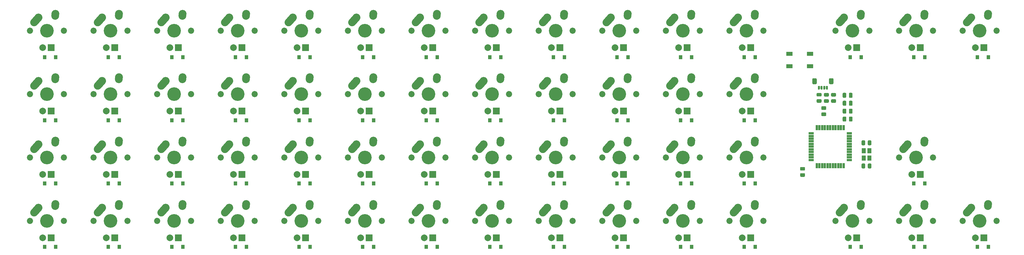
<source format=gbr>
%TF.GenerationSoftware,KiCad,Pcbnew,(5.1.6-0-10_14)*%
%TF.CreationDate,2020-10-13T20:32:32+01:00*%
%TF.ProjectId,Lil-Cheat,4c696c2d-4368-4656-9174-2e6b69636164,rev?*%
%TF.SameCoordinates,Original*%
%TF.FileFunction,Soldermask,Bot*%
%TF.FilePolarity,Negative*%
%FSLAX46Y46*%
G04 Gerber Fmt 4.6, Leading zero omitted, Abs format (unit mm)*
G04 Created by KiCad (PCBNEW (5.1.6-0-10_14)) date 2020-10-13 20:32:32*
%MOMM*%
%LPD*%
G01*
G04 APERTURE LIST*
%ADD10C,1.850000*%
%ADD11R,2.005000X2.005000*%
%ADD12C,2.005000*%
%ADD13C,2.350000*%
%ADD14C,4.087800*%
%ADD15R,1.000000X1.300000*%
%ADD16R,1.900000X1.200000*%
%ADD17R,0.650000X1.600000*%
%ADD18R,1.600000X0.650000*%
%ADD19R,1.300000X1.500000*%
G04 APERTURE END LIST*
D10*
%TO.C,MX55*%
X294640000Y-128270000D03*
X284480000Y-128270000D03*
D11*
X290830000Y-133350000D03*
D12*
X288290000Y-133350000D03*
D13*
X287060000Y-124270000D03*
D14*
X289560000Y-128270000D03*
G36*
G01*
X284965291Y-126604560D02*
X284965291Y-126604561D01*
G75*
G02*
X284875439Y-124945291I784709J874561D01*
G01*
X286185441Y-123485291D01*
G75*
G02*
X287844711Y-123395439I874561J-784709D01*
G01*
X287844711Y-123395439D01*
G75*
G02*
X287934563Y-125054709I-784709J-874561D01*
G01*
X286624561Y-126514709D01*
G75*
G02*
X284965291Y-126604561I-874561J784709D01*
G01*
G37*
D13*
X292100000Y-123190000D03*
G36*
G01*
X291979157Y-124942216D02*
X291979157Y-124942216D01*
G75*
G02*
X290887784Y-123689157I80843J1172216D01*
G01*
X290927784Y-123109157D01*
G75*
G02*
X292180843Y-122017784I1172216J-80843D01*
G01*
X292180843Y-122017784D01*
G75*
G02*
X293272216Y-123270843I-80843J-1172216D01*
G01*
X293232216Y-123850843D01*
G75*
G02*
X291979157Y-124942216I-1172216J80843D01*
G01*
G37*
%TD*%
D10*
%TO.C,MX40*%
X186690000Y-128270000D03*
X176530000Y-128270000D03*
D11*
X182880000Y-133350000D03*
D12*
X180340000Y-133350000D03*
D13*
X179110000Y-124270000D03*
D14*
X181610000Y-128270000D03*
G36*
G01*
X177015291Y-126604560D02*
X177015291Y-126604561D01*
G75*
G02*
X176925439Y-124945291I784709J874561D01*
G01*
X178235441Y-123485291D01*
G75*
G02*
X179894711Y-123395439I874561J-784709D01*
G01*
X179894711Y-123395439D01*
G75*
G02*
X179984563Y-125054709I-784709J-874561D01*
G01*
X178674561Y-126514709D01*
G75*
G02*
X177015291Y-126604561I-874561J784709D01*
G01*
G37*
D13*
X184150000Y-123190000D03*
G36*
G01*
X184029157Y-124942216D02*
X184029157Y-124942216D01*
G75*
G02*
X182937784Y-123689157I80843J1172216D01*
G01*
X182977784Y-123109157D01*
G75*
G02*
X184230843Y-122017784I1172216J-80843D01*
G01*
X184230843Y-122017784D01*
G75*
G02*
X185322216Y-123270843I-80843J-1172216D01*
G01*
X185282216Y-123850843D01*
G75*
G02*
X184029157Y-124942216I-1172216J80843D01*
G01*
G37*
%TD*%
%TO.C,C1*%
G36*
G01*
X254214100Y-105243550D02*
X254214100Y-104281050D01*
G75*
G02*
X254482850Y-104012300I268750J0D01*
G01*
X255020350Y-104012300D01*
G75*
G02*
X255289100Y-104281050I0J-268750D01*
G01*
X255289100Y-105243550D01*
G75*
G02*
X255020350Y-105512300I-268750J0D01*
G01*
X254482850Y-105512300D01*
G75*
G02*
X254214100Y-105243550I0J268750D01*
G01*
G37*
G36*
G01*
X256089100Y-105243550D02*
X256089100Y-104281050D01*
G75*
G02*
X256357850Y-104012300I268750J0D01*
G01*
X256895350Y-104012300D01*
G75*
G02*
X257164100Y-104281050I0J-268750D01*
G01*
X257164100Y-105243550D01*
G75*
G02*
X256895350Y-105512300I-268750J0D01*
G01*
X256357850Y-105512300D01*
G75*
G02*
X256089100Y-105243550I0J268750D01*
G01*
G37*
%TD*%
%TO.C,C2*%
G36*
G01*
X256089100Y-112203150D02*
X256089100Y-111240650D01*
G75*
G02*
X256357850Y-110971900I268750J0D01*
G01*
X256895350Y-110971900D01*
G75*
G02*
X257164100Y-111240650I0J-268750D01*
G01*
X257164100Y-112203150D01*
G75*
G02*
X256895350Y-112471900I-268750J0D01*
G01*
X256357850Y-112471900D01*
G75*
G02*
X256089100Y-112203150I0J268750D01*
G01*
G37*
G36*
G01*
X254214100Y-112203150D02*
X254214100Y-111240650D01*
G75*
G02*
X254482850Y-110971900I268750J0D01*
G01*
X255020350Y-110971900D01*
G75*
G02*
X255289100Y-111240650I0J-268750D01*
G01*
X255289100Y-112203150D01*
G75*
G02*
X255020350Y-112471900I-268750J0D01*
G01*
X254482850Y-112471900D01*
G75*
G02*
X254214100Y-112203150I0J268750D01*
G01*
G37*
%TD*%
%TO.C,C3*%
G36*
G01*
X242406250Y-95650000D02*
X243368750Y-95650000D01*
G75*
G02*
X243637500Y-95918750I0J-268750D01*
G01*
X243637500Y-96456250D01*
G75*
G02*
X243368750Y-96725000I-268750J0D01*
G01*
X242406250Y-96725000D01*
G75*
G02*
X242137500Y-96456250I0J268750D01*
G01*
X242137500Y-95918750D01*
G75*
G02*
X242406250Y-95650000I268750J0D01*
G01*
G37*
G36*
G01*
X242406250Y-93775000D02*
X243368750Y-93775000D01*
G75*
G02*
X243637500Y-94043750I0J-268750D01*
G01*
X243637500Y-94581250D01*
G75*
G02*
X243368750Y-94850000I-268750J0D01*
G01*
X242406250Y-94850000D01*
G75*
G02*
X242137500Y-94581250I0J268750D01*
G01*
X242137500Y-94043750D01*
G75*
G02*
X242406250Y-93775000I268750J0D01*
G01*
G37*
%TD*%
%TO.C,C4*%
G36*
G01*
X249631250Y-94768750D02*
X249631250Y-95731250D01*
G75*
G02*
X249362500Y-96000000I-268750J0D01*
G01*
X248825000Y-96000000D01*
G75*
G02*
X248556250Y-95731250I0J268750D01*
G01*
X248556250Y-94768750D01*
G75*
G02*
X248825000Y-94500000I268750J0D01*
G01*
X249362500Y-94500000D01*
G75*
G02*
X249631250Y-94768750I0J-268750D01*
G01*
G37*
G36*
G01*
X251506250Y-94768750D02*
X251506250Y-95731250D01*
G75*
G02*
X251237500Y-96000000I-268750J0D01*
G01*
X250700000Y-96000000D01*
G75*
G02*
X250431250Y-95731250I0J268750D01*
G01*
X250431250Y-94768750D01*
G75*
G02*
X250700000Y-94500000I268750J0D01*
G01*
X251237500Y-94500000D01*
G75*
G02*
X251506250Y-94768750I0J-268750D01*
G01*
G37*
%TD*%
%TO.C,C5*%
G36*
G01*
X251506250Y-97150000D02*
X251506250Y-98112500D01*
G75*
G02*
X251237500Y-98381250I-268750J0D01*
G01*
X250700000Y-98381250D01*
G75*
G02*
X250431250Y-98112500I0J268750D01*
G01*
X250431250Y-97150000D01*
G75*
G02*
X250700000Y-96881250I268750J0D01*
G01*
X251237500Y-96881250D01*
G75*
G02*
X251506250Y-97150000I0J-268750D01*
G01*
G37*
G36*
G01*
X249631250Y-97150000D02*
X249631250Y-98112500D01*
G75*
G02*
X249362500Y-98381250I-268750J0D01*
G01*
X248825000Y-98381250D01*
G75*
G02*
X248556250Y-98112500I0J268750D01*
G01*
X248556250Y-97150000D01*
G75*
G02*
X248825000Y-96881250I268750J0D01*
G01*
X249362500Y-96881250D01*
G75*
G02*
X249631250Y-97150000I0J-268750D01*
G01*
G37*
%TD*%
%TO.C,C6*%
G36*
G01*
X251506250Y-92387500D02*
X251506250Y-93350000D01*
G75*
G02*
X251237500Y-93618750I-268750J0D01*
G01*
X250700000Y-93618750D01*
G75*
G02*
X250431250Y-93350000I0J268750D01*
G01*
X250431250Y-92387500D01*
G75*
G02*
X250700000Y-92118750I268750J0D01*
G01*
X251237500Y-92118750D01*
G75*
G02*
X251506250Y-92387500I0J-268750D01*
G01*
G37*
G36*
G01*
X249631250Y-92387500D02*
X249631250Y-93350000D01*
G75*
G02*
X249362500Y-93618750I-268750J0D01*
G01*
X248825000Y-93618750D01*
G75*
G02*
X248556250Y-93350000I0J268750D01*
G01*
X248556250Y-92387500D01*
G75*
G02*
X248825000Y-92118750I268750J0D01*
G01*
X249362500Y-92118750D01*
G75*
G02*
X249631250Y-92387500I0J-268750D01*
G01*
G37*
%TD*%
%TO.C,C7*%
G36*
G01*
X249631250Y-90006250D02*
X249631250Y-90968750D01*
G75*
G02*
X249362500Y-91237500I-268750J0D01*
G01*
X248825000Y-91237500D01*
G75*
G02*
X248556250Y-90968750I0J268750D01*
G01*
X248556250Y-90006250D01*
G75*
G02*
X248825000Y-89737500I268750J0D01*
G01*
X249362500Y-89737500D01*
G75*
G02*
X249631250Y-90006250I0J-268750D01*
G01*
G37*
G36*
G01*
X251506250Y-90006250D02*
X251506250Y-90968750D01*
G75*
G02*
X251237500Y-91237500I-268750J0D01*
G01*
X250700000Y-91237500D01*
G75*
G02*
X250431250Y-90968750I0J268750D01*
G01*
X250431250Y-90006250D01*
G75*
G02*
X250700000Y-89737500I268750J0D01*
G01*
X251237500Y-89737500D01*
G75*
G02*
X251506250Y-90006250I0J-268750D01*
G01*
G37*
%TD*%
D15*
%TO.C,D1*%
X9510000Y-79000000D03*
X12810000Y-79000000D03*
%TD*%
%TO.C,D2*%
X12810000Y-98000000D03*
X9510000Y-98000000D03*
%TD*%
%TO.C,D3*%
X12810000Y-117000000D03*
X9510000Y-117000000D03*
%TD*%
%TO.C,D4*%
X9510000Y-136000000D03*
X12810000Y-136000000D03*
%TD*%
%TO.C,D5*%
X28560000Y-79000000D03*
X31860000Y-79000000D03*
%TD*%
%TO.C,D6*%
X31860000Y-98000000D03*
X28560000Y-98000000D03*
%TD*%
%TO.C,D7*%
X31860000Y-117000000D03*
X28560000Y-117000000D03*
%TD*%
%TO.C,D8*%
X28560000Y-136000000D03*
X31860000Y-136000000D03*
%TD*%
%TO.C,D9*%
X47610000Y-79000000D03*
X50910000Y-79000000D03*
%TD*%
%TO.C,D10*%
X50910000Y-98000000D03*
X47610000Y-98000000D03*
%TD*%
%TO.C,D11*%
X50910000Y-117000000D03*
X47610000Y-117000000D03*
%TD*%
%TO.C,D12*%
X47610000Y-136000000D03*
X50910000Y-136000000D03*
%TD*%
%TO.C,D13*%
X69960000Y-79000000D03*
X66660000Y-79000000D03*
%TD*%
%TO.C,D14*%
X69960000Y-98000000D03*
X66660000Y-98000000D03*
%TD*%
%TO.C,D15*%
X69960000Y-117000000D03*
X66660000Y-117000000D03*
%TD*%
%TO.C,D16*%
X66660000Y-136000000D03*
X69960000Y-136000000D03*
%TD*%
%TO.C,D17*%
X89010000Y-79000000D03*
X85710000Y-79000000D03*
%TD*%
%TO.C,D18*%
X89010000Y-98000000D03*
X85710000Y-98000000D03*
%TD*%
%TO.C,D19*%
X89010000Y-117000000D03*
X85710000Y-117000000D03*
%TD*%
%TO.C,D20*%
X85710000Y-136000000D03*
X89010000Y-136000000D03*
%TD*%
%TO.C,D21*%
X108060000Y-79000000D03*
X104760000Y-79000000D03*
%TD*%
%TO.C,D22*%
X108060000Y-98000000D03*
X104760000Y-98000000D03*
%TD*%
%TO.C,D23*%
X108060000Y-117000000D03*
X104760000Y-117000000D03*
%TD*%
%TO.C,D24*%
X104760000Y-136000000D03*
X108060000Y-136000000D03*
%TD*%
%TO.C,D25*%
X127110000Y-79000000D03*
X123810000Y-79000000D03*
%TD*%
%TO.C,D26*%
X127110000Y-98000000D03*
X123810000Y-98000000D03*
%TD*%
%TO.C,D27*%
X127110000Y-117000000D03*
X123810000Y-117000000D03*
%TD*%
%TO.C,D28*%
X123810000Y-136000000D03*
X127110000Y-136000000D03*
%TD*%
%TO.C,D29*%
X142860000Y-79000000D03*
X146160000Y-79000000D03*
%TD*%
%TO.C,D30*%
X146160000Y-98000000D03*
X142860000Y-98000000D03*
%TD*%
%TO.C,D31*%
X142860000Y-117000000D03*
X146160000Y-117000000D03*
%TD*%
%TO.C,D32*%
X142860000Y-136000000D03*
X146160000Y-136000000D03*
%TD*%
%TO.C,D33*%
X165210000Y-79000000D03*
X161910000Y-79000000D03*
%TD*%
%TO.C,D34*%
X165210000Y-98000000D03*
X161910000Y-98000000D03*
%TD*%
%TO.C,D35*%
X165210000Y-117000000D03*
X161910000Y-117000000D03*
%TD*%
%TO.C,D36*%
X161910000Y-136000000D03*
X165210000Y-136000000D03*
%TD*%
%TO.C,D37*%
X180960000Y-79000000D03*
X184260000Y-79000000D03*
%TD*%
%TO.C,D38*%
X184260000Y-98000000D03*
X180960000Y-98000000D03*
%TD*%
%TO.C,D39*%
X180960000Y-117000000D03*
X184260000Y-117000000D03*
%TD*%
%TO.C,D40*%
X180960000Y-136000000D03*
X184260000Y-136000000D03*
%TD*%
%TO.C,D41*%
X203310000Y-79000000D03*
X200010000Y-79000000D03*
%TD*%
%TO.C,D42*%
X203310000Y-98000000D03*
X200010000Y-98000000D03*
%TD*%
%TO.C,D43*%
X200010000Y-117000000D03*
X203310000Y-117000000D03*
%TD*%
%TO.C,D44*%
X200010000Y-136000000D03*
X203310000Y-136000000D03*
%TD*%
%TO.C,D45*%
X222360000Y-79000000D03*
X219060000Y-79000000D03*
%TD*%
%TO.C,D46*%
X222360000Y-98000000D03*
X219060000Y-98000000D03*
%TD*%
%TO.C,D47*%
X219060000Y-117000000D03*
X222360000Y-117000000D03*
%TD*%
%TO.C,D48*%
X219060000Y-136000000D03*
X222360000Y-136000000D03*
%TD*%
%TO.C,D49*%
X250810000Y-79000000D03*
X254110000Y-79000000D03*
%TD*%
%TO.C,D50*%
X250810000Y-136000000D03*
X254110000Y-136000000D03*
%TD*%
%TO.C,D51*%
X269860000Y-79000000D03*
X273160000Y-79000000D03*
%TD*%
%TO.C,D52*%
X269860000Y-117000000D03*
X273160000Y-117000000D03*
%TD*%
%TO.C,D53*%
X269860000Y-136000000D03*
X273160000Y-136000000D03*
%TD*%
%TO.C,D54*%
X288910000Y-79000000D03*
X292210000Y-79000000D03*
%TD*%
%TO.C,D55*%
X288910000Y-136000000D03*
X292210000Y-136000000D03*
%TD*%
%TO.C,MX1*%
G36*
G01*
X12579157Y-67792216D02*
X12579157Y-67792216D01*
G75*
G02*
X11487784Y-66539157I80843J1172216D01*
G01*
X11527784Y-65959157D01*
G75*
G02*
X12780843Y-64867784I1172216J-80843D01*
G01*
X12780843Y-64867784D01*
G75*
G02*
X13872216Y-66120843I-80843J-1172216D01*
G01*
X13832216Y-66700843D01*
G75*
G02*
X12579157Y-67792216I-1172216J80843D01*
G01*
G37*
D13*
X12700000Y-66040000D03*
G36*
G01*
X5565291Y-69454560D02*
X5565291Y-69454561D01*
G75*
G02*
X5475439Y-67795291I784709J874561D01*
G01*
X6785441Y-66335291D01*
G75*
G02*
X8444711Y-66245439I874561J-784709D01*
G01*
X8444711Y-66245439D01*
G75*
G02*
X8534563Y-67904709I-784709J-874561D01*
G01*
X7224561Y-69364709D01*
G75*
G02*
X5565291Y-69454561I-874561J784709D01*
G01*
G37*
D14*
X10160000Y-71120000D03*
D13*
X7660000Y-67120000D03*
D12*
X8890000Y-76200000D03*
D11*
X11430000Y-76200000D03*
D10*
X5080000Y-71120000D03*
X15240000Y-71120000D03*
%TD*%
%TO.C,MX2*%
G36*
G01*
X12579157Y-86842216D02*
X12579157Y-86842216D01*
G75*
G02*
X11487784Y-85589157I80843J1172216D01*
G01*
X11527784Y-85009157D01*
G75*
G02*
X12780843Y-83917784I1172216J-80843D01*
G01*
X12780843Y-83917784D01*
G75*
G02*
X13872216Y-85170843I-80843J-1172216D01*
G01*
X13832216Y-85750843D01*
G75*
G02*
X12579157Y-86842216I-1172216J80843D01*
G01*
G37*
D13*
X12700000Y-85090000D03*
G36*
G01*
X5565291Y-88504560D02*
X5565291Y-88504561D01*
G75*
G02*
X5475439Y-86845291I784709J874561D01*
G01*
X6785441Y-85385291D01*
G75*
G02*
X8444711Y-85295439I874561J-784709D01*
G01*
X8444711Y-85295439D01*
G75*
G02*
X8534563Y-86954709I-784709J-874561D01*
G01*
X7224561Y-88414709D01*
G75*
G02*
X5565291Y-88504561I-874561J784709D01*
G01*
G37*
D14*
X10160000Y-90170000D03*
D13*
X7660000Y-86170000D03*
D12*
X8890000Y-95250000D03*
D11*
X11430000Y-95250000D03*
D10*
X5080000Y-90170000D03*
X15240000Y-90170000D03*
%TD*%
%TO.C,MX3*%
G36*
G01*
X12579157Y-105892216D02*
X12579157Y-105892216D01*
G75*
G02*
X11487784Y-104639157I80843J1172216D01*
G01*
X11527784Y-104059157D01*
G75*
G02*
X12780843Y-102967784I1172216J-80843D01*
G01*
X12780843Y-102967784D01*
G75*
G02*
X13872216Y-104220843I-80843J-1172216D01*
G01*
X13832216Y-104800843D01*
G75*
G02*
X12579157Y-105892216I-1172216J80843D01*
G01*
G37*
D13*
X12700000Y-104140000D03*
G36*
G01*
X5565291Y-107554560D02*
X5565291Y-107554561D01*
G75*
G02*
X5475439Y-105895291I784709J874561D01*
G01*
X6785441Y-104435291D01*
G75*
G02*
X8444711Y-104345439I874561J-784709D01*
G01*
X8444711Y-104345439D01*
G75*
G02*
X8534563Y-106004709I-784709J-874561D01*
G01*
X7224561Y-107464709D01*
G75*
G02*
X5565291Y-107554561I-874561J784709D01*
G01*
G37*
D14*
X10160000Y-109220000D03*
D13*
X7660000Y-105220000D03*
D12*
X8890000Y-114300000D03*
D11*
X11430000Y-114300000D03*
D10*
X5080000Y-109220000D03*
X15240000Y-109220000D03*
%TD*%
%TO.C,MX4*%
X15240000Y-128270000D03*
X5080000Y-128270000D03*
D11*
X11430000Y-133350000D03*
D12*
X8890000Y-133350000D03*
D13*
X7660000Y-124270000D03*
D14*
X10160000Y-128270000D03*
G36*
G01*
X5565291Y-126604560D02*
X5565291Y-126604561D01*
G75*
G02*
X5475439Y-124945291I784709J874561D01*
G01*
X6785441Y-123485291D01*
G75*
G02*
X8444711Y-123395439I874561J-784709D01*
G01*
X8444711Y-123395439D01*
G75*
G02*
X8534563Y-125054709I-784709J-874561D01*
G01*
X7224561Y-126514709D01*
G75*
G02*
X5565291Y-126604561I-874561J784709D01*
G01*
G37*
D13*
X12700000Y-123190000D03*
G36*
G01*
X12579157Y-124942216D02*
X12579157Y-124942216D01*
G75*
G02*
X11487784Y-123689157I80843J1172216D01*
G01*
X11527784Y-123109157D01*
G75*
G02*
X12780843Y-122017784I1172216J-80843D01*
G01*
X12780843Y-122017784D01*
G75*
G02*
X13872216Y-123270843I-80843J-1172216D01*
G01*
X13832216Y-123850843D01*
G75*
G02*
X12579157Y-124942216I-1172216J80843D01*
G01*
G37*
%TD*%
D10*
%TO.C,MX5*%
X34290000Y-71120000D03*
X24130000Y-71120000D03*
D11*
X30480000Y-76200000D03*
D12*
X27940000Y-76200000D03*
D13*
X26710000Y-67120000D03*
D14*
X29210000Y-71120000D03*
G36*
G01*
X24615291Y-69454560D02*
X24615291Y-69454561D01*
G75*
G02*
X24525439Y-67795291I784709J874561D01*
G01*
X25835441Y-66335291D01*
G75*
G02*
X27494711Y-66245439I874561J-784709D01*
G01*
X27494711Y-66245439D01*
G75*
G02*
X27584563Y-67904709I-784709J-874561D01*
G01*
X26274561Y-69364709D01*
G75*
G02*
X24615291Y-69454561I-874561J784709D01*
G01*
G37*
D13*
X31750000Y-66040000D03*
G36*
G01*
X31629157Y-67792216D02*
X31629157Y-67792216D01*
G75*
G02*
X30537784Y-66539157I80843J1172216D01*
G01*
X30577784Y-65959157D01*
G75*
G02*
X31830843Y-64867784I1172216J-80843D01*
G01*
X31830843Y-64867784D01*
G75*
G02*
X32922216Y-66120843I-80843J-1172216D01*
G01*
X32882216Y-66700843D01*
G75*
G02*
X31629157Y-67792216I-1172216J80843D01*
G01*
G37*
%TD*%
%TO.C,MX6*%
G36*
G01*
X31629157Y-86842216D02*
X31629157Y-86842216D01*
G75*
G02*
X30537784Y-85589157I80843J1172216D01*
G01*
X30577784Y-85009157D01*
G75*
G02*
X31830843Y-83917784I1172216J-80843D01*
G01*
X31830843Y-83917784D01*
G75*
G02*
X32922216Y-85170843I-80843J-1172216D01*
G01*
X32882216Y-85750843D01*
G75*
G02*
X31629157Y-86842216I-1172216J80843D01*
G01*
G37*
X31750000Y-85090000D03*
G36*
G01*
X24615291Y-88504560D02*
X24615291Y-88504561D01*
G75*
G02*
X24525439Y-86845291I784709J874561D01*
G01*
X25835441Y-85385291D01*
G75*
G02*
X27494711Y-85295439I874561J-784709D01*
G01*
X27494711Y-85295439D01*
G75*
G02*
X27584563Y-86954709I-784709J-874561D01*
G01*
X26274561Y-88414709D01*
G75*
G02*
X24615291Y-88504561I-874561J784709D01*
G01*
G37*
D14*
X29210000Y-90170000D03*
D13*
X26710000Y-86170000D03*
D12*
X27940000Y-95250000D03*
D11*
X30480000Y-95250000D03*
D10*
X24130000Y-90170000D03*
X34290000Y-90170000D03*
%TD*%
%TO.C,MX7*%
G36*
G01*
X31629157Y-105892216D02*
X31629157Y-105892216D01*
G75*
G02*
X30537784Y-104639157I80843J1172216D01*
G01*
X30577784Y-104059157D01*
G75*
G02*
X31830843Y-102967784I1172216J-80843D01*
G01*
X31830843Y-102967784D01*
G75*
G02*
X32922216Y-104220843I-80843J-1172216D01*
G01*
X32882216Y-104800843D01*
G75*
G02*
X31629157Y-105892216I-1172216J80843D01*
G01*
G37*
D13*
X31750000Y-104140000D03*
G36*
G01*
X24615291Y-107554560D02*
X24615291Y-107554561D01*
G75*
G02*
X24525439Y-105895291I784709J874561D01*
G01*
X25835441Y-104435291D01*
G75*
G02*
X27494711Y-104345439I874561J-784709D01*
G01*
X27494711Y-104345439D01*
G75*
G02*
X27584563Y-106004709I-784709J-874561D01*
G01*
X26274561Y-107464709D01*
G75*
G02*
X24615291Y-107554561I-874561J784709D01*
G01*
G37*
D14*
X29210000Y-109220000D03*
D13*
X26710000Y-105220000D03*
D12*
X27940000Y-114300000D03*
D11*
X30480000Y-114300000D03*
D10*
X24130000Y-109220000D03*
X34290000Y-109220000D03*
%TD*%
%TO.C,MX8*%
X34290000Y-128270000D03*
X24130000Y-128270000D03*
D11*
X30480000Y-133350000D03*
D12*
X27940000Y-133350000D03*
D13*
X26710000Y-124270000D03*
D14*
X29210000Y-128270000D03*
G36*
G01*
X24615291Y-126604560D02*
X24615291Y-126604561D01*
G75*
G02*
X24525439Y-124945291I784709J874561D01*
G01*
X25835441Y-123485291D01*
G75*
G02*
X27494711Y-123395439I874561J-784709D01*
G01*
X27494711Y-123395439D01*
G75*
G02*
X27584563Y-125054709I-784709J-874561D01*
G01*
X26274561Y-126514709D01*
G75*
G02*
X24615291Y-126604561I-874561J784709D01*
G01*
G37*
D13*
X31750000Y-123190000D03*
G36*
G01*
X31629157Y-124942216D02*
X31629157Y-124942216D01*
G75*
G02*
X30537784Y-123689157I80843J1172216D01*
G01*
X30577784Y-123109157D01*
G75*
G02*
X31830843Y-122017784I1172216J-80843D01*
G01*
X31830843Y-122017784D01*
G75*
G02*
X32922216Y-123270843I-80843J-1172216D01*
G01*
X32882216Y-123850843D01*
G75*
G02*
X31629157Y-124942216I-1172216J80843D01*
G01*
G37*
%TD*%
D10*
%TO.C,MX9*%
X53340000Y-71120000D03*
X43180000Y-71120000D03*
D11*
X49530000Y-76200000D03*
D12*
X46990000Y-76200000D03*
D13*
X45760000Y-67120000D03*
D14*
X48260000Y-71120000D03*
G36*
G01*
X43665291Y-69454560D02*
X43665291Y-69454561D01*
G75*
G02*
X43575439Y-67795291I784709J874561D01*
G01*
X44885441Y-66335291D01*
G75*
G02*
X46544711Y-66245439I874561J-784709D01*
G01*
X46544711Y-66245439D01*
G75*
G02*
X46634563Y-67904709I-784709J-874561D01*
G01*
X45324561Y-69364709D01*
G75*
G02*
X43665291Y-69454561I-874561J784709D01*
G01*
G37*
D13*
X50800000Y-66040000D03*
G36*
G01*
X50679157Y-67792216D02*
X50679157Y-67792216D01*
G75*
G02*
X49587784Y-66539157I80843J1172216D01*
G01*
X49627784Y-65959157D01*
G75*
G02*
X50880843Y-64867784I1172216J-80843D01*
G01*
X50880843Y-64867784D01*
G75*
G02*
X51972216Y-66120843I-80843J-1172216D01*
G01*
X51932216Y-66700843D01*
G75*
G02*
X50679157Y-67792216I-1172216J80843D01*
G01*
G37*
%TD*%
%TO.C,MX10*%
G36*
G01*
X50679157Y-86842216D02*
X50679157Y-86842216D01*
G75*
G02*
X49587784Y-85589157I80843J1172216D01*
G01*
X49627784Y-85009157D01*
G75*
G02*
X50880843Y-83917784I1172216J-80843D01*
G01*
X50880843Y-83917784D01*
G75*
G02*
X51972216Y-85170843I-80843J-1172216D01*
G01*
X51932216Y-85750843D01*
G75*
G02*
X50679157Y-86842216I-1172216J80843D01*
G01*
G37*
X50800000Y-85090000D03*
G36*
G01*
X43665291Y-88504560D02*
X43665291Y-88504561D01*
G75*
G02*
X43575439Y-86845291I784709J874561D01*
G01*
X44885441Y-85385291D01*
G75*
G02*
X46544711Y-85295439I874561J-784709D01*
G01*
X46544711Y-85295439D01*
G75*
G02*
X46634563Y-86954709I-784709J-874561D01*
G01*
X45324561Y-88414709D01*
G75*
G02*
X43665291Y-88504561I-874561J784709D01*
G01*
G37*
D14*
X48260000Y-90170000D03*
D13*
X45760000Y-86170000D03*
D12*
X46990000Y-95250000D03*
D11*
X49530000Y-95250000D03*
D10*
X43180000Y-90170000D03*
X53340000Y-90170000D03*
%TD*%
%TO.C,MX11*%
G36*
G01*
X50679157Y-105892216D02*
X50679157Y-105892216D01*
G75*
G02*
X49587784Y-104639157I80843J1172216D01*
G01*
X49627784Y-104059157D01*
G75*
G02*
X50880843Y-102967784I1172216J-80843D01*
G01*
X50880843Y-102967784D01*
G75*
G02*
X51972216Y-104220843I-80843J-1172216D01*
G01*
X51932216Y-104800843D01*
G75*
G02*
X50679157Y-105892216I-1172216J80843D01*
G01*
G37*
D13*
X50800000Y-104140000D03*
G36*
G01*
X43665291Y-107554560D02*
X43665291Y-107554561D01*
G75*
G02*
X43575439Y-105895291I784709J874561D01*
G01*
X44885441Y-104435291D01*
G75*
G02*
X46544711Y-104345439I874561J-784709D01*
G01*
X46544711Y-104345439D01*
G75*
G02*
X46634563Y-106004709I-784709J-874561D01*
G01*
X45324561Y-107464709D01*
G75*
G02*
X43665291Y-107554561I-874561J784709D01*
G01*
G37*
D14*
X48260000Y-109220000D03*
D13*
X45760000Y-105220000D03*
D12*
X46990000Y-114300000D03*
D11*
X49530000Y-114300000D03*
D10*
X43180000Y-109220000D03*
X53340000Y-109220000D03*
%TD*%
%TO.C,MX12*%
X53340000Y-128270000D03*
X43180000Y-128270000D03*
D11*
X49530000Y-133350000D03*
D12*
X46990000Y-133350000D03*
D13*
X45760000Y-124270000D03*
D14*
X48260000Y-128270000D03*
G36*
G01*
X43665291Y-126604560D02*
X43665291Y-126604561D01*
G75*
G02*
X43575439Y-124945291I784709J874561D01*
G01*
X44885441Y-123485291D01*
G75*
G02*
X46544711Y-123395439I874561J-784709D01*
G01*
X46544711Y-123395439D01*
G75*
G02*
X46634563Y-125054709I-784709J-874561D01*
G01*
X45324561Y-126514709D01*
G75*
G02*
X43665291Y-126604561I-874561J784709D01*
G01*
G37*
D13*
X50800000Y-123190000D03*
G36*
G01*
X50679157Y-124942216D02*
X50679157Y-124942216D01*
G75*
G02*
X49587784Y-123689157I80843J1172216D01*
G01*
X49627784Y-123109157D01*
G75*
G02*
X50880843Y-122017784I1172216J-80843D01*
G01*
X50880843Y-122017784D01*
G75*
G02*
X51972216Y-123270843I-80843J-1172216D01*
G01*
X51932216Y-123850843D01*
G75*
G02*
X50679157Y-124942216I-1172216J80843D01*
G01*
G37*
%TD*%
D10*
%TO.C,MX13*%
X72390000Y-71120000D03*
X62230000Y-71120000D03*
D11*
X68580000Y-76200000D03*
D12*
X66040000Y-76200000D03*
D13*
X64810000Y-67120000D03*
D14*
X67310000Y-71120000D03*
G36*
G01*
X62715291Y-69454560D02*
X62715291Y-69454561D01*
G75*
G02*
X62625439Y-67795291I784709J874561D01*
G01*
X63935441Y-66335291D01*
G75*
G02*
X65594711Y-66245439I874561J-784709D01*
G01*
X65594711Y-66245439D01*
G75*
G02*
X65684563Y-67904709I-784709J-874561D01*
G01*
X64374561Y-69364709D01*
G75*
G02*
X62715291Y-69454561I-874561J784709D01*
G01*
G37*
D13*
X69850000Y-66040000D03*
G36*
G01*
X69729157Y-67792216D02*
X69729157Y-67792216D01*
G75*
G02*
X68637784Y-66539157I80843J1172216D01*
G01*
X68677784Y-65959157D01*
G75*
G02*
X69930843Y-64867784I1172216J-80843D01*
G01*
X69930843Y-64867784D01*
G75*
G02*
X71022216Y-66120843I-80843J-1172216D01*
G01*
X70982216Y-66700843D01*
G75*
G02*
X69729157Y-67792216I-1172216J80843D01*
G01*
G37*
%TD*%
%TO.C,MX14*%
G36*
G01*
X69729157Y-86842216D02*
X69729157Y-86842216D01*
G75*
G02*
X68637784Y-85589157I80843J1172216D01*
G01*
X68677784Y-85009157D01*
G75*
G02*
X69930843Y-83917784I1172216J-80843D01*
G01*
X69930843Y-83917784D01*
G75*
G02*
X71022216Y-85170843I-80843J-1172216D01*
G01*
X70982216Y-85750843D01*
G75*
G02*
X69729157Y-86842216I-1172216J80843D01*
G01*
G37*
X69850000Y-85090000D03*
G36*
G01*
X62715291Y-88504560D02*
X62715291Y-88504561D01*
G75*
G02*
X62625439Y-86845291I784709J874561D01*
G01*
X63935441Y-85385291D01*
G75*
G02*
X65594711Y-85295439I874561J-784709D01*
G01*
X65594711Y-85295439D01*
G75*
G02*
X65684563Y-86954709I-784709J-874561D01*
G01*
X64374561Y-88414709D01*
G75*
G02*
X62715291Y-88504561I-874561J784709D01*
G01*
G37*
D14*
X67310000Y-90170000D03*
D13*
X64810000Y-86170000D03*
D12*
X66040000Y-95250000D03*
D11*
X68580000Y-95250000D03*
D10*
X62230000Y-90170000D03*
X72390000Y-90170000D03*
%TD*%
%TO.C,MX15*%
G36*
G01*
X69729157Y-105892216D02*
X69729157Y-105892216D01*
G75*
G02*
X68637784Y-104639157I80843J1172216D01*
G01*
X68677784Y-104059157D01*
G75*
G02*
X69930843Y-102967784I1172216J-80843D01*
G01*
X69930843Y-102967784D01*
G75*
G02*
X71022216Y-104220843I-80843J-1172216D01*
G01*
X70982216Y-104800843D01*
G75*
G02*
X69729157Y-105892216I-1172216J80843D01*
G01*
G37*
D13*
X69850000Y-104140000D03*
G36*
G01*
X62715291Y-107554560D02*
X62715291Y-107554561D01*
G75*
G02*
X62625439Y-105895291I784709J874561D01*
G01*
X63935441Y-104435291D01*
G75*
G02*
X65594711Y-104345439I874561J-784709D01*
G01*
X65594711Y-104345439D01*
G75*
G02*
X65684563Y-106004709I-784709J-874561D01*
G01*
X64374561Y-107464709D01*
G75*
G02*
X62715291Y-107554561I-874561J784709D01*
G01*
G37*
D14*
X67310000Y-109220000D03*
D13*
X64810000Y-105220000D03*
D12*
X66040000Y-114300000D03*
D11*
X68580000Y-114300000D03*
D10*
X62230000Y-109220000D03*
X72390000Y-109220000D03*
%TD*%
%TO.C,MX16*%
X72390000Y-128270000D03*
X62230000Y-128270000D03*
D11*
X68580000Y-133350000D03*
D12*
X66040000Y-133350000D03*
D13*
X64810000Y-124270000D03*
D14*
X67310000Y-128270000D03*
G36*
G01*
X62715291Y-126604560D02*
X62715291Y-126604561D01*
G75*
G02*
X62625439Y-124945291I784709J874561D01*
G01*
X63935441Y-123485291D01*
G75*
G02*
X65594711Y-123395439I874561J-784709D01*
G01*
X65594711Y-123395439D01*
G75*
G02*
X65684563Y-125054709I-784709J-874561D01*
G01*
X64374561Y-126514709D01*
G75*
G02*
X62715291Y-126604561I-874561J784709D01*
G01*
G37*
D13*
X69850000Y-123190000D03*
G36*
G01*
X69729157Y-124942216D02*
X69729157Y-124942216D01*
G75*
G02*
X68637784Y-123689157I80843J1172216D01*
G01*
X68677784Y-123109157D01*
G75*
G02*
X69930843Y-122017784I1172216J-80843D01*
G01*
X69930843Y-122017784D01*
G75*
G02*
X71022216Y-123270843I-80843J-1172216D01*
G01*
X70982216Y-123850843D01*
G75*
G02*
X69729157Y-124942216I-1172216J80843D01*
G01*
G37*
%TD*%
D10*
%TO.C,MX17*%
X91440000Y-71120000D03*
X81280000Y-71120000D03*
D11*
X87630000Y-76200000D03*
D12*
X85090000Y-76200000D03*
D13*
X83860000Y-67120000D03*
D14*
X86360000Y-71120000D03*
G36*
G01*
X81765291Y-69454560D02*
X81765291Y-69454561D01*
G75*
G02*
X81675439Y-67795291I784709J874561D01*
G01*
X82985441Y-66335291D01*
G75*
G02*
X84644711Y-66245439I874561J-784709D01*
G01*
X84644711Y-66245439D01*
G75*
G02*
X84734563Y-67904709I-784709J-874561D01*
G01*
X83424561Y-69364709D01*
G75*
G02*
X81765291Y-69454561I-874561J784709D01*
G01*
G37*
D13*
X88900000Y-66040000D03*
G36*
G01*
X88779157Y-67792216D02*
X88779157Y-67792216D01*
G75*
G02*
X87687784Y-66539157I80843J1172216D01*
G01*
X87727784Y-65959157D01*
G75*
G02*
X88980843Y-64867784I1172216J-80843D01*
G01*
X88980843Y-64867784D01*
G75*
G02*
X90072216Y-66120843I-80843J-1172216D01*
G01*
X90032216Y-66700843D01*
G75*
G02*
X88779157Y-67792216I-1172216J80843D01*
G01*
G37*
%TD*%
%TO.C,MX18*%
G36*
G01*
X88779157Y-86842216D02*
X88779157Y-86842216D01*
G75*
G02*
X87687784Y-85589157I80843J1172216D01*
G01*
X87727784Y-85009157D01*
G75*
G02*
X88980843Y-83917784I1172216J-80843D01*
G01*
X88980843Y-83917784D01*
G75*
G02*
X90072216Y-85170843I-80843J-1172216D01*
G01*
X90032216Y-85750843D01*
G75*
G02*
X88779157Y-86842216I-1172216J80843D01*
G01*
G37*
X88900000Y-85090000D03*
G36*
G01*
X81765291Y-88504560D02*
X81765291Y-88504561D01*
G75*
G02*
X81675439Y-86845291I784709J874561D01*
G01*
X82985441Y-85385291D01*
G75*
G02*
X84644711Y-85295439I874561J-784709D01*
G01*
X84644711Y-85295439D01*
G75*
G02*
X84734563Y-86954709I-784709J-874561D01*
G01*
X83424561Y-88414709D01*
G75*
G02*
X81765291Y-88504561I-874561J784709D01*
G01*
G37*
D14*
X86360000Y-90170000D03*
D13*
X83860000Y-86170000D03*
D12*
X85090000Y-95250000D03*
D11*
X87630000Y-95250000D03*
D10*
X81280000Y-90170000D03*
X91440000Y-90170000D03*
%TD*%
%TO.C,MX19*%
G36*
G01*
X88779157Y-105892216D02*
X88779157Y-105892216D01*
G75*
G02*
X87687784Y-104639157I80843J1172216D01*
G01*
X87727784Y-104059157D01*
G75*
G02*
X88980843Y-102967784I1172216J-80843D01*
G01*
X88980843Y-102967784D01*
G75*
G02*
X90072216Y-104220843I-80843J-1172216D01*
G01*
X90032216Y-104800843D01*
G75*
G02*
X88779157Y-105892216I-1172216J80843D01*
G01*
G37*
D13*
X88900000Y-104140000D03*
G36*
G01*
X81765291Y-107554560D02*
X81765291Y-107554561D01*
G75*
G02*
X81675439Y-105895291I784709J874561D01*
G01*
X82985441Y-104435291D01*
G75*
G02*
X84644711Y-104345439I874561J-784709D01*
G01*
X84644711Y-104345439D01*
G75*
G02*
X84734563Y-106004709I-784709J-874561D01*
G01*
X83424561Y-107464709D01*
G75*
G02*
X81765291Y-107554561I-874561J784709D01*
G01*
G37*
D14*
X86360000Y-109220000D03*
D13*
X83860000Y-105220000D03*
D12*
X85090000Y-114300000D03*
D11*
X87630000Y-114300000D03*
D10*
X81280000Y-109220000D03*
X91440000Y-109220000D03*
%TD*%
%TO.C,MX20*%
X91440000Y-128270000D03*
X81280000Y-128270000D03*
D11*
X87630000Y-133350000D03*
D12*
X85090000Y-133350000D03*
D13*
X83860000Y-124270000D03*
D14*
X86360000Y-128270000D03*
G36*
G01*
X81765291Y-126604560D02*
X81765291Y-126604561D01*
G75*
G02*
X81675439Y-124945291I784709J874561D01*
G01*
X82985441Y-123485291D01*
G75*
G02*
X84644711Y-123395439I874561J-784709D01*
G01*
X84644711Y-123395439D01*
G75*
G02*
X84734563Y-125054709I-784709J-874561D01*
G01*
X83424561Y-126514709D01*
G75*
G02*
X81765291Y-126604561I-874561J784709D01*
G01*
G37*
D13*
X88900000Y-123190000D03*
G36*
G01*
X88779157Y-124942216D02*
X88779157Y-124942216D01*
G75*
G02*
X87687784Y-123689157I80843J1172216D01*
G01*
X87727784Y-123109157D01*
G75*
G02*
X88980843Y-122017784I1172216J-80843D01*
G01*
X88980843Y-122017784D01*
G75*
G02*
X90072216Y-123270843I-80843J-1172216D01*
G01*
X90032216Y-123850843D01*
G75*
G02*
X88779157Y-124942216I-1172216J80843D01*
G01*
G37*
%TD*%
%TO.C,MX21*%
G36*
G01*
X107829157Y-67792216D02*
X107829157Y-67792216D01*
G75*
G02*
X106737784Y-66539157I80843J1172216D01*
G01*
X106777784Y-65959157D01*
G75*
G02*
X108030843Y-64867784I1172216J-80843D01*
G01*
X108030843Y-64867784D01*
G75*
G02*
X109122216Y-66120843I-80843J-1172216D01*
G01*
X109082216Y-66700843D01*
G75*
G02*
X107829157Y-67792216I-1172216J80843D01*
G01*
G37*
X107950000Y-66040000D03*
G36*
G01*
X100815291Y-69454560D02*
X100815291Y-69454561D01*
G75*
G02*
X100725439Y-67795291I784709J874561D01*
G01*
X102035441Y-66335291D01*
G75*
G02*
X103694711Y-66245439I874561J-784709D01*
G01*
X103694711Y-66245439D01*
G75*
G02*
X103784563Y-67904709I-784709J-874561D01*
G01*
X102474561Y-69364709D01*
G75*
G02*
X100815291Y-69454561I-874561J784709D01*
G01*
G37*
D14*
X105410000Y-71120000D03*
D13*
X102910000Y-67120000D03*
D12*
X104140000Y-76200000D03*
D11*
X106680000Y-76200000D03*
D10*
X100330000Y-71120000D03*
X110490000Y-71120000D03*
%TD*%
%TO.C,MX22*%
G36*
G01*
X107829157Y-86842216D02*
X107829157Y-86842216D01*
G75*
G02*
X106737784Y-85589157I80843J1172216D01*
G01*
X106777784Y-85009157D01*
G75*
G02*
X108030843Y-83917784I1172216J-80843D01*
G01*
X108030843Y-83917784D01*
G75*
G02*
X109122216Y-85170843I-80843J-1172216D01*
G01*
X109082216Y-85750843D01*
G75*
G02*
X107829157Y-86842216I-1172216J80843D01*
G01*
G37*
D13*
X107950000Y-85090000D03*
G36*
G01*
X100815291Y-88504560D02*
X100815291Y-88504561D01*
G75*
G02*
X100725439Y-86845291I784709J874561D01*
G01*
X102035441Y-85385291D01*
G75*
G02*
X103694711Y-85295439I874561J-784709D01*
G01*
X103694711Y-85295439D01*
G75*
G02*
X103784563Y-86954709I-784709J-874561D01*
G01*
X102474561Y-88414709D01*
G75*
G02*
X100815291Y-88504561I-874561J784709D01*
G01*
G37*
D14*
X105410000Y-90170000D03*
D13*
X102910000Y-86170000D03*
D12*
X104140000Y-95250000D03*
D11*
X106680000Y-95250000D03*
D10*
X100330000Y-90170000D03*
X110490000Y-90170000D03*
%TD*%
%TO.C,MX23*%
G36*
G01*
X107829157Y-105892216D02*
X107829157Y-105892216D01*
G75*
G02*
X106737784Y-104639157I80843J1172216D01*
G01*
X106777784Y-104059157D01*
G75*
G02*
X108030843Y-102967784I1172216J-80843D01*
G01*
X108030843Y-102967784D01*
G75*
G02*
X109122216Y-104220843I-80843J-1172216D01*
G01*
X109082216Y-104800843D01*
G75*
G02*
X107829157Y-105892216I-1172216J80843D01*
G01*
G37*
D13*
X107950000Y-104140000D03*
G36*
G01*
X100815291Y-107554560D02*
X100815291Y-107554561D01*
G75*
G02*
X100725439Y-105895291I784709J874561D01*
G01*
X102035441Y-104435291D01*
G75*
G02*
X103694711Y-104345439I874561J-784709D01*
G01*
X103694711Y-104345439D01*
G75*
G02*
X103784563Y-106004709I-784709J-874561D01*
G01*
X102474561Y-107464709D01*
G75*
G02*
X100815291Y-107554561I-874561J784709D01*
G01*
G37*
D14*
X105410000Y-109220000D03*
D13*
X102910000Y-105220000D03*
D12*
X104140000Y-114300000D03*
D11*
X106680000Y-114300000D03*
D10*
X100330000Y-109220000D03*
X110490000Y-109220000D03*
%TD*%
%TO.C,MX24*%
X110490000Y-128270000D03*
X100330000Y-128270000D03*
D11*
X106680000Y-133350000D03*
D12*
X104140000Y-133350000D03*
D13*
X102910000Y-124270000D03*
D14*
X105410000Y-128270000D03*
G36*
G01*
X100815291Y-126604560D02*
X100815291Y-126604561D01*
G75*
G02*
X100725439Y-124945291I784709J874561D01*
G01*
X102035441Y-123485291D01*
G75*
G02*
X103694711Y-123395439I874561J-784709D01*
G01*
X103694711Y-123395439D01*
G75*
G02*
X103784563Y-125054709I-784709J-874561D01*
G01*
X102474561Y-126514709D01*
G75*
G02*
X100815291Y-126604561I-874561J784709D01*
G01*
G37*
D13*
X107950000Y-123190000D03*
G36*
G01*
X107829157Y-124942216D02*
X107829157Y-124942216D01*
G75*
G02*
X106737784Y-123689157I80843J1172216D01*
G01*
X106777784Y-123109157D01*
G75*
G02*
X108030843Y-122017784I1172216J-80843D01*
G01*
X108030843Y-122017784D01*
G75*
G02*
X109122216Y-123270843I-80843J-1172216D01*
G01*
X109082216Y-123850843D01*
G75*
G02*
X107829157Y-124942216I-1172216J80843D01*
G01*
G37*
%TD*%
%TO.C,MX25*%
G36*
G01*
X126879157Y-67792216D02*
X126879157Y-67792216D01*
G75*
G02*
X125787784Y-66539157I80843J1172216D01*
G01*
X125827784Y-65959157D01*
G75*
G02*
X127080843Y-64867784I1172216J-80843D01*
G01*
X127080843Y-64867784D01*
G75*
G02*
X128172216Y-66120843I-80843J-1172216D01*
G01*
X128132216Y-66700843D01*
G75*
G02*
X126879157Y-67792216I-1172216J80843D01*
G01*
G37*
X127000000Y-66040000D03*
G36*
G01*
X119865291Y-69454560D02*
X119865291Y-69454561D01*
G75*
G02*
X119775439Y-67795291I784709J874561D01*
G01*
X121085441Y-66335291D01*
G75*
G02*
X122744711Y-66245439I874561J-784709D01*
G01*
X122744711Y-66245439D01*
G75*
G02*
X122834563Y-67904709I-784709J-874561D01*
G01*
X121524561Y-69364709D01*
G75*
G02*
X119865291Y-69454561I-874561J784709D01*
G01*
G37*
D14*
X124460000Y-71120000D03*
D13*
X121960000Y-67120000D03*
D12*
X123190000Y-76200000D03*
D11*
X125730000Y-76200000D03*
D10*
X119380000Y-71120000D03*
X129540000Y-71120000D03*
%TD*%
%TO.C,MX26*%
G36*
G01*
X126879157Y-86842216D02*
X126879157Y-86842216D01*
G75*
G02*
X125787784Y-85589157I80843J1172216D01*
G01*
X125827784Y-85009157D01*
G75*
G02*
X127080843Y-83917784I1172216J-80843D01*
G01*
X127080843Y-83917784D01*
G75*
G02*
X128172216Y-85170843I-80843J-1172216D01*
G01*
X128132216Y-85750843D01*
G75*
G02*
X126879157Y-86842216I-1172216J80843D01*
G01*
G37*
D13*
X127000000Y-85090000D03*
G36*
G01*
X119865291Y-88504560D02*
X119865291Y-88504561D01*
G75*
G02*
X119775439Y-86845291I784709J874561D01*
G01*
X121085441Y-85385291D01*
G75*
G02*
X122744711Y-85295439I874561J-784709D01*
G01*
X122744711Y-85295439D01*
G75*
G02*
X122834563Y-86954709I-784709J-874561D01*
G01*
X121524561Y-88414709D01*
G75*
G02*
X119865291Y-88504561I-874561J784709D01*
G01*
G37*
D14*
X124460000Y-90170000D03*
D13*
X121960000Y-86170000D03*
D12*
X123190000Y-95250000D03*
D11*
X125730000Y-95250000D03*
D10*
X119380000Y-90170000D03*
X129540000Y-90170000D03*
%TD*%
%TO.C,MX27*%
G36*
G01*
X126879157Y-105892216D02*
X126879157Y-105892216D01*
G75*
G02*
X125787784Y-104639157I80843J1172216D01*
G01*
X125827784Y-104059157D01*
G75*
G02*
X127080843Y-102967784I1172216J-80843D01*
G01*
X127080843Y-102967784D01*
G75*
G02*
X128172216Y-104220843I-80843J-1172216D01*
G01*
X128132216Y-104800843D01*
G75*
G02*
X126879157Y-105892216I-1172216J80843D01*
G01*
G37*
D13*
X127000000Y-104140000D03*
G36*
G01*
X119865291Y-107554560D02*
X119865291Y-107554561D01*
G75*
G02*
X119775439Y-105895291I784709J874561D01*
G01*
X121085441Y-104435291D01*
G75*
G02*
X122744711Y-104345439I874561J-784709D01*
G01*
X122744711Y-104345439D01*
G75*
G02*
X122834563Y-106004709I-784709J-874561D01*
G01*
X121524561Y-107464709D01*
G75*
G02*
X119865291Y-107554561I-874561J784709D01*
G01*
G37*
D14*
X124460000Y-109220000D03*
D13*
X121960000Y-105220000D03*
D12*
X123190000Y-114300000D03*
D11*
X125730000Y-114300000D03*
D10*
X119380000Y-109220000D03*
X129540000Y-109220000D03*
%TD*%
%TO.C,MX28*%
X129540000Y-128270000D03*
X119380000Y-128270000D03*
D11*
X125730000Y-133350000D03*
D12*
X123190000Y-133350000D03*
D13*
X121960000Y-124270000D03*
D14*
X124460000Y-128270000D03*
G36*
G01*
X119865291Y-126604560D02*
X119865291Y-126604561D01*
G75*
G02*
X119775439Y-124945291I784709J874561D01*
G01*
X121085441Y-123485291D01*
G75*
G02*
X122744711Y-123395439I874561J-784709D01*
G01*
X122744711Y-123395439D01*
G75*
G02*
X122834563Y-125054709I-784709J-874561D01*
G01*
X121524561Y-126514709D01*
G75*
G02*
X119865291Y-126604561I-874561J784709D01*
G01*
G37*
D13*
X127000000Y-123190000D03*
G36*
G01*
X126879157Y-124942216D02*
X126879157Y-124942216D01*
G75*
G02*
X125787784Y-123689157I80843J1172216D01*
G01*
X125827784Y-123109157D01*
G75*
G02*
X127080843Y-122017784I1172216J-80843D01*
G01*
X127080843Y-122017784D01*
G75*
G02*
X128172216Y-123270843I-80843J-1172216D01*
G01*
X128132216Y-123850843D01*
G75*
G02*
X126879157Y-124942216I-1172216J80843D01*
G01*
G37*
%TD*%
%TO.C,MX29*%
G36*
G01*
X145929157Y-67792216D02*
X145929157Y-67792216D01*
G75*
G02*
X144837784Y-66539157I80843J1172216D01*
G01*
X144877784Y-65959157D01*
G75*
G02*
X146130843Y-64867784I1172216J-80843D01*
G01*
X146130843Y-64867784D01*
G75*
G02*
X147222216Y-66120843I-80843J-1172216D01*
G01*
X147182216Y-66700843D01*
G75*
G02*
X145929157Y-67792216I-1172216J80843D01*
G01*
G37*
X146050000Y-66040000D03*
G36*
G01*
X138915291Y-69454560D02*
X138915291Y-69454561D01*
G75*
G02*
X138825439Y-67795291I784709J874561D01*
G01*
X140135441Y-66335291D01*
G75*
G02*
X141794711Y-66245439I874561J-784709D01*
G01*
X141794711Y-66245439D01*
G75*
G02*
X141884563Y-67904709I-784709J-874561D01*
G01*
X140574561Y-69364709D01*
G75*
G02*
X138915291Y-69454561I-874561J784709D01*
G01*
G37*
D14*
X143510000Y-71120000D03*
D13*
X141010000Y-67120000D03*
D12*
X142240000Y-76200000D03*
D11*
X144780000Y-76200000D03*
D10*
X138430000Y-71120000D03*
X148590000Y-71120000D03*
%TD*%
%TO.C,MX30*%
G36*
G01*
X145929157Y-86842216D02*
X145929157Y-86842216D01*
G75*
G02*
X144837784Y-85589157I80843J1172216D01*
G01*
X144877784Y-85009157D01*
G75*
G02*
X146130843Y-83917784I1172216J-80843D01*
G01*
X146130843Y-83917784D01*
G75*
G02*
X147222216Y-85170843I-80843J-1172216D01*
G01*
X147182216Y-85750843D01*
G75*
G02*
X145929157Y-86842216I-1172216J80843D01*
G01*
G37*
D13*
X146050000Y-85090000D03*
G36*
G01*
X138915291Y-88504560D02*
X138915291Y-88504561D01*
G75*
G02*
X138825439Y-86845291I784709J874561D01*
G01*
X140135441Y-85385291D01*
G75*
G02*
X141794711Y-85295439I874561J-784709D01*
G01*
X141794711Y-85295439D01*
G75*
G02*
X141884563Y-86954709I-784709J-874561D01*
G01*
X140574561Y-88414709D01*
G75*
G02*
X138915291Y-88504561I-874561J784709D01*
G01*
G37*
D14*
X143510000Y-90170000D03*
D13*
X141010000Y-86170000D03*
D12*
X142240000Y-95250000D03*
D11*
X144780000Y-95250000D03*
D10*
X138430000Y-90170000D03*
X148590000Y-90170000D03*
%TD*%
%TO.C,MX31*%
G36*
G01*
X145929157Y-105892216D02*
X145929157Y-105892216D01*
G75*
G02*
X144837784Y-104639157I80843J1172216D01*
G01*
X144877784Y-104059157D01*
G75*
G02*
X146130843Y-102967784I1172216J-80843D01*
G01*
X146130843Y-102967784D01*
G75*
G02*
X147222216Y-104220843I-80843J-1172216D01*
G01*
X147182216Y-104800843D01*
G75*
G02*
X145929157Y-105892216I-1172216J80843D01*
G01*
G37*
D13*
X146050000Y-104140000D03*
G36*
G01*
X138915291Y-107554560D02*
X138915291Y-107554561D01*
G75*
G02*
X138825439Y-105895291I784709J874561D01*
G01*
X140135441Y-104435291D01*
G75*
G02*
X141794711Y-104345439I874561J-784709D01*
G01*
X141794711Y-104345439D01*
G75*
G02*
X141884563Y-106004709I-784709J-874561D01*
G01*
X140574561Y-107464709D01*
G75*
G02*
X138915291Y-107554561I-874561J784709D01*
G01*
G37*
D14*
X143510000Y-109220000D03*
D13*
X141010000Y-105220000D03*
D12*
X142240000Y-114300000D03*
D11*
X144780000Y-114300000D03*
D10*
X138430000Y-109220000D03*
X148590000Y-109220000D03*
%TD*%
%TO.C,MX32*%
X148590000Y-128270000D03*
X138430000Y-128270000D03*
D11*
X144780000Y-133350000D03*
D12*
X142240000Y-133350000D03*
D13*
X141010000Y-124270000D03*
D14*
X143510000Y-128270000D03*
G36*
G01*
X138915291Y-126604560D02*
X138915291Y-126604561D01*
G75*
G02*
X138825439Y-124945291I784709J874561D01*
G01*
X140135441Y-123485291D01*
G75*
G02*
X141794711Y-123395439I874561J-784709D01*
G01*
X141794711Y-123395439D01*
G75*
G02*
X141884563Y-125054709I-784709J-874561D01*
G01*
X140574561Y-126514709D01*
G75*
G02*
X138915291Y-126604561I-874561J784709D01*
G01*
G37*
D13*
X146050000Y-123190000D03*
G36*
G01*
X145929157Y-124942216D02*
X145929157Y-124942216D01*
G75*
G02*
X144837784Y-123689157I80843J1172216D01*
G01*
X144877784Y-123109157D01*
G75*
G02*
X146130843Y-122017784I1172216J-80843D01*
G01*
X146130843Y-122017784D01*
G75*
G02*
X147222216Y-123270843I-80843J-1172216D01*
G01*
X147182216Y-123850843D01*
G75*
G02*
X145929157Y-124942216I-1172216J80843D01*
G01*
G37*
%TD*%
%TO.C,MX33*%
G36*
G01*
X164979157Y-67792216D02*
X164979157Y-67792216D01*
G75*
G02*
X163887784Y-66539157I80843J1172216D01*
G01*
X163927784Y-65959157D01*
G75*
G02*
X165180843Y-64867784I1172216J-80843D01*
G01*
X165180843Y-64867784D01*
G75*
G02*
X166272216Y-66120843I-80843J-1172216D01*
G01*
X166232216Y-66700843D01*
G75*
G02*
X164979157Y-67792216I-1172216J80843D01*
G01*
G37*
X165100000Y-66040000D03*
G36*
G01*
X157965291Y-69454560D02*
X157965291Y-69454561D01*
G75*
G02*
X157875439Y-67795291I784709J874561D01*
G01*
X159185441Y-66335291D01*
G75*
G02*
X160844711Y-66245439I874561J-784709D01*
G01*
X160844711Y-66245439D01*
G75*
G02*
X160934563Y-67904709I-784709J-874561D01*
G01*
X159624561Y-69364709D01*
G75*
G02*
X157965291Y-69454561I-874561J784709D01*
G01*
G37*
D14*
X162560000Y-71120000D03*
D13*
X160060000Y-67120000D03*
D12*
X161290000Y-76200000D03*
D11*
X163830000Y-76200000D03*
D10*
X157480000Y-71120000D03*
X167640000Y-71120000D03*
%TD*%
%TO.C,MX34*%
G36*
G01*
X164979157Y-86842216D02*
X164979157Y-86842216D01*
G75*
G02*
X163887784Y-85589157I80843J1172216D01*
G01*
X163927784Y-85009157D01*
G75*
G02*
X165180843Y-83917784I1172216J-80843D01*
G01*
X165180843Y-83917784D01*
G75*
G02*
X166272216Y-85170843I-80843J-1172216D01*
G01*
X166232216Y-85750843D01*
G75*
G02*
X164979157Y-86842216I-1172216J80843D01*
G01*
G37*
D13*
X165100000Y-85090000D03*
G36*
G01*
X157965291Y-88504560D02*
X157965291Y-88504561D01*
G75*
G02*
X157875439Y-86845291I784709J874561D01*
G01*
X159185441Y-85385291D01*
G75*
G02*
X160844711Y-85295439I874561J-784709D01*
G01*
X160844711Y-85295439D01*
G75*
G02*
X160934563Y-86954709I-784709J-874561D01*
G01*
X159624561Y-88414709D01*
G75*
G02*
X157965291Y-88504561I-874561J784709D01*
G01*
G37*
D14*
X162560000Y-90170000D03*
D13*
X160060000Y-86170000D03*
D12*
X161290000Y-95250000D03*
D11*
X163830000Y-95250000D03*
D10*
X157480000Y-90170000D03*
X167640000Y-90170000D03*
%TD*%
%TO.C,MX35*%
X167640000Y-109220000D03*
X157480000Y-109220000D03*
D11*
X163830000Y-114300000D03*
D12*
X161290000Y-114300000D03*
D13*
X160060000Y-105220000D03*
D14*
X162560000Y-109220000D03*
G36*
G01*
X157965291Y-107554560D02*
X157965291Y-107554561D01*
G75*
G02*
X157875439Y-105895291I784709J874561D01*
G01*
X159185441Y-104435291D01*
G75*
G02*
X160844711Y-104345439I874561J-784709D01*
G01*
X160844711Y-104345439D01*
G75*
G02*
X160934563Y-106004709I-784709J-874561D01*
G01*
X159624561Y-107464709D01*
G75*
G02*
X157965291Y-107554561I-874561J784709D01*
G01*
G37*
D13*
X165100000Y-104140000D03*
G36*
G01*
X164979157Y-105892216D02*
X164979157Y-105892216D01*
G75*
G02*
X163887784Y-104639157I80843J1172216D01*
G01*
X163927784Y-104059157D01*
G75*
G02*
X165180843Y-102967784I1172216J-80843D01*
G01*
X165180843Y-102967784D01*
G75*
G02*
X166272216Y-104220843I-80843J-1172216D01*
G01*
X166232216Y-104800843D01*
G75*
G02*
X164979157Y-105892216I-1172216J80843D01*
G01*
G37*
%TD*%
D10*
%TO.C,MX36*%
X167640000Y-128270000D03*
X157480000Y-128270000D03*
D11*
X163830000Y-133350000D03*
D12*
X161290000Y-133350000D03*
D13*
X160060000Y-124270000D03*
D14*
X162560000Y-128270000D03*
G36*
G01*
X157965291Y-126604560D02*
X157965291Y-126604561D01*
G75*
G02*
X157875439Y-124945291I784709J874561D01*
G01*
X159185441Y-123485291D01*
G75*
G02*
X160844711Y-123395439I874561J-784709D01*
G01*
X160844711Y-123395439D01*
G75*
G02*
X160934563Y-125054709I-784709J-874561D01*
G01*
X159624561Y-126514709D01*
G75*
G02*
X157965291Y-126604561I-874561J784709D01*
G01*
G37*
D13*
X165100000Y-123190000D03*
G36*
G01*
X164979157Y-124942216D02*
X164979157Y-124942216D01*
G75*
G02*
X163887784Y-123689157I80843J1172216D01*
G01*
X163927784Y-123109157D01*
G75*
G02*
X165180843Y-122017784I1172216J-80843D01*
G01*
X165180843Y-122017784D01*
G75*
G02*
X166272216Y-123270843I-80843J-1172216D01*
G01*
X166232216Y-123850843D01*
G75*
G02*
X164979157Y-124942216I-1172216J80843D01*
G01*
G37*
%TD*%
%TO.C,MX37*%
G36*
G01*
X184029157Y-67792216D02*
X184029157Y-67792216D01*
G75*
G02*
X182937784Y-66539157I80843J1172216D01*
G01*
X182977784Y-65959157D01*
G75*
G02*
X184230843Y-64867784I1172216J-80843D01*
G01*
X184230843Y-64867784D01*
G75*
G02*
X185322216Y-66120843I-80843J-1172216D01*
G01*
X185282216Y-66700843D01*
G75*
G02*
X184029157Y-67792216I-1172216J80843D01*
G01*
G37*
X184150000Y-66040000D03*
G36*
G01*
X177015291Y-69454560D02*
X177015291Y-69454561D01*
G75*
G02*
X176925439Y-67795291I784709J874561D01*
G01*
X178235441Y-66335291D01*
G75*
G02*
X179894711Y-66245439I874561J-784709D01*
G01*
X179894711Y-66245439D01*
G75*
G02*
X179984563Y-67904709I-784709J-874561D01*
G01*
X178674561Y-69364709D01*
G75*
G02*
X177015291Y-69454561I-874561J784709D01*
G01*
G37*
D14*
X181610000Y-71120000D03*
D13*
X179110000Y-67120000D03*
D12*
X180340000Y-76200000D03*
D11*
X182880000Y-76200000D03*
D10*
X176530000Y-71120000D03*
X186690000Y-71120000D03*
%TD*%
%TO.C,MX38*%
G36*
G01*
X184029157Y-86842216D02*
X184029157Y-86842216D01*
G75*
G02*
X182937784Y-85589157I80843J1172216D01*
G01*
X182977784Y-85009157D01*
G75*
G02*
X184230843Y-83917784I1172216J-80843D01*
G01*
X184230843Y-83917784D01*
G75*
G02*
X185322216Y-85170843I-80843J-1172216D01*
G01*
X185282216Y-85750843D01*
G75*
G02*
X184029157Y-86842216I-1172216J80843D01*
G01*
G37*
D13*
X184150000Y-85090000D03*
G36*
G01*
X177015291Y-88504560D02*
X177015291Y-88504561D01*
G75*
G02*
X176925439Y-86845291I784709J874561D01*
G01*
X178235441Y-85385291D01*
G75*
G02*
X179894711Y-85295439I874561J-784709D01*
G01*
X179894711Y-85295439D01*
G75*
G02*
X179984563Y-86954709I-784709J-874561D01*
G01*
X178674561Y-88414709D01*
G75*
G02*
X177015291Y-88504561I-874561J784709D01*
G01*
G37*
D14*
X181610000Y-90170000D03*
D13*
X179110000Y-86170000D03*
D12*
X180340000Y-95250000D03*
D11*
X182880000Y-95250000D03*
D10*
X176530000Y-90170000D03*
X186690000Y-90170000D03*
%TD*%
%TO.C,MX39*%
X186690000Y-109220000D03*
X176530000Y-109220000D03*
D11*
X182880000Y-114300000D03*
D12*
X180340000Y-114300000D03*
D13*
X179110000Y-105220000D03*
D14*
X181610000Y-109220000D03*
G36*
G01*
X177015291Y-107554560D02*
X177015291Y-107554561D01*
G75*
G02*
X176925439Y-105895291I784709J874561D01*
G01*
X178235441Y-104435291D01*
G75*
G02*
X179894711Y-104345439I874561J-784709D01*
G01*
X179894711Y-104345439D01*
G75*
G02*
X179984563Y-106004709I-784709J-874561D01*
G01*
X178674561Y-107464709D01*
G75*
G02*
X177015291Y-107554561I-874561J784709D01*
G01*
G37*
D13*
X184150000Y-104140000D03*
G36*
G01*
X184029157Y-105892216D02*
X184029157Y-105892216D01*
G75*
G02*
X182937784Y-104639157I80843J1172216D01*
G01*
X182977784Y-104059157D01*
G75*
G02*
X184230843Y-102967784I1172216J-80843D01*
G01*
X184230843Y-102967784D01*
G75*
G02*
X185322216Y-104220843I-80843J-1172216D01*
G01*
X185282216Y-104800843D01*
G75*
G02*
X184029157Y-105892216I-1172216J80843D01*
G01*
G37*
%TD*%
%TO.C,MX41*%
G36*
G01*
X203079157Y-67792216D02*
X203079157Y-67792216D01*
G75*
G02*
X201987784Y-66539157I80843J1172216D01*
G01*
X202027784Y-65959157D01*
G75*
G02*
X203280843Y-64867784I1172216J-80843D01*
G01*
X203280843Y-64867784D01*
G75*
G02*
X204372216Y-66120843I-80843J-1172216D01*
G01*
X204332216Y-66700843D01*
G75*
G02*
X203079157Y-67792216I-1172216J80843D01*
G01*
G37*
X203200000Y-66040000D03*
G36*
G01*
X196065291Y-69454560D02*
X196065291Y-69454561D01*
G75*
G02*
X195975439Y-67795291I784709J874561D01*
G01*
X197285441Y-66335291D01*
G75*
G02*
X198944711Y-66245439I874561J-784709D01*
G01*
X198944711Y-66245439D01*
G75*
G02*
X199034563Y-67904709I-784709J-874561D01*
G01*
X197724561Y-69364709D01*
G75*
G02*
X196065291Y-69454561I-874561J784709D01*
G01*
G37*
D14*
X200660000Y-71120000D03*
D13*
X198160000Y-67120000D03*
D12*
X199390000Y-76200000D03*
D11*
X201930000Y-76200000D03*
D10*
X195580000Y-71120000D03*
X205740000Y-71120000D03*
%TD*%
%TO.C,MX42*%
G36*
G01*
X203079157Y-86842216D02*
X203079157Y-86842216D01*
G75*
G02*
X201987784Y-85589157I80843J1172216D01*
G01*
X202027784Y-85009157D01*
G75*
G02*
X203280843Y-83917784I1172216J-80843D01*
G01*
X203280843Y-83917784D01*
G75*
G02*
X204372216Y-85170843I-80843J-1172216D01*
G01*
X204332216Y-85750843D01*
G75*
G02*
X203079157Y-86842216I-1172216J80843D01*
G01*
G37*
D13*
X203200000Y-85090000D03*
G36*
G01*
X196065291Y-88504560D02*
X196065291Y-88504561D01*
G75*
G02*
X195975439Y-86845291I784709J874561D01*
G01*
X197285441Y-85385291D01*
G75*
G02*
X198944711Y-85295439I874561J-784709D01*
G01*
X198944711Y-85295439D01*
G75*
G02*
X199034563Y-86954709I-784709J-874561D01*
G01*
X197724561Y-88414709D01*
G75*
G02*
X196065291Y-88504561I-874561J784709D01*
G01*
G37*
D14*
X200660000Y-90170000D03*
D13*
X198160000Y-86170000D03*
D12*
X199390000Y-95250000D03*
D11*
X201930000Y-95250000D03*
D10*
X195580000Y-90170000D03*
X205740000Y-90170000D03*
%TD*%
%TO.C,MX43*%
X205740000Y-109220000D03*
X195580000Y-109220000D03*
D11*
X201930000Y-114300000D03*
D12*
X199390000Y-114300000D03*
D13*
X198160000Y-105220000D03*
D14*
X200660000Y-109220000D03*
G36*
G01*
X196065291Y-107554560D02*
X196065291Y-107554561D01*
G75*
G02*
X195975439Y-105895291I784709J874561D01*
G01*
X197285441Y-104435291D01*
G75*
G02*
X198944711Y-104345439I874561J-784709D01*
G01*
X198944711Y-104345439D01*
G75*
G02*
X199034563Y-106004709I-784709J-874561D01*
G01*
X197724561Y-107464709D01*
G75*
G02*
X196065291Y-107554561I-874561J784709D01*
G01*
G37*
D13*
X203200000Y-104140000D03*
G36*
G01*
X203079157Y-105892216D02*
X203079157Y-105892216D01*
G75*
G02*
X201987784Y-104639157I80843J1172216D01*
G01*
X202027784Y-104059157D01*
G75*
G02*
X203280843Y-102967784I1172216J-80843D01*
G01*
X203280843Y-102967784D01*
G75*
G02*
X204372216Y-104220843I-80843J-1172216D01*
G01*
X204332216Y-104800843D01*
G75*
G02*
X203079157Y-105892216I-1172216J80843D01*
G01*
G37*
%TD*%
D10*
%TO.C,MX44*%
X205740000Y-128270000D03*
X195580000Y-128270000D03*
D11*
X201930000Y-133350000D03*
D12*
X199390000Y-133350000D03*
D13*
X198160000Y-124270000D03*
D14*
X200660000Y-128270000D03*
G36*
G01*
X196065291Y-126604560D02*
X196065291Y-126604561D01*
G75*
G02*
X195975439Y-124945291I784709J874561D01*
G01*
X197285441Y-123485291D01*
G75*
G02*
X198944711Y-123395439I874561J-784709D01*
G01*
X198944711Y-123395439D01*
G75*
G02*
X199034563Y-125054709I-784709J-874561D01*
G01*
X197724561Y-126514709D01*
G75*
G02*
X196065291Y-126604561I-874561J784709D01*
G01*
G37*
D13*
X203200000Y-123190000D03*
G36*
G01*
X203079157Y-124942216D02*
X203079157Y-124942216D01*
G75*
G02*
X201987784Y-123689157I80843J1172216D01*
G01*
X202027784Y-123109157D01*
G75*
G02*
X203280843Y-122017784I1172216J-80843D01*
G01*
X203280843Y-122017784D01*
G75*
G02*
X204372216Y-123270843I-80843J-1172216D01*
G01*
X204332216Y-123850843D01*
G75*
G02*
X203079157Y-124942216I-1172216J80843D01*
G01*
G37*
%TD*%
%TO.C,MX45*%
G36*
G01*
X222129157Y-67792216D02*
X222129157Y-67792216D01*
G75*
G02*
X221037784Y-66539157I80843J1172216D01*
G01*
X221077784Y-65959157D01*
G75*
G02*
X222330843Y-64867784I1172216J-80843D01*
G01*
X222330843Y-64867784D01*
G75*
G02*
X223422216Y-66120843I-80843J-1172216D01*
G01*
X223382216Y-66700843D01*
G75*
G02*
X222129157Y-67792216I-1172216J80843D01*
G01*
G37*
X222250000Y-66040000D03*
G36*
G01*
X215115291Y-69454560D02*
X215115291Y-69454561D01*
G75*
G02*
X215025439Y-67795291I784709J874561D01*
G01*
X216335441Y-66335291D01*
G75*
G02*
X217994711Y-66245439I874561J-784709D01*
G01*
X217994711Y-66245439D01*
G75*
G02*
X218084563Y-67904709I-784709J-874561D01*
G01*
X216774561Y-69364709D01*
G75*
G02*
X215115291Y-69454561I-874561J784709D01*
G01*
G37*
D14*
X219710000Y-71120000D03*
D13*
X217210000Y-67120000D03*
D12*
X218440000Y-76200000D03*
D11*
X220980000Y-76200000D03*
D10*
X214630000Y-71120000D03*
X224790000Y-71120000D03*
%TD*%
%TO.C,MX46*%
G36*
G01*
X222129157Y-86842216D02*
X222129157Y-86842216D01*
G75*
G02*
X221037784Y-85589157I80843J1172216D01*
G01*
X221077784Y-85009157D01*
G75*
G02*
X222330843Y-83917784I1172216J-80843D01*
G01*
X222330843Y-83917784D01*
G75*
G02*
X223422216Y-85170843I-80843J-1172216D01*
G01*
X223382216Y-85750843D01*
G75*
G02*
X222129157Y-86842216I-1172216J80843D01*
G01*
G37*
D13*
X222250000Y-85090000D03*
G36*
G01*
X215115291Y-88504560D02*
X215115291Y-88504561D01*
G75*
G02*
X215025439Y-86845291I784709J874561D01*
G01*
X216335441Y-85385291D01*
G75*
G02*
X217994711Y-85295439I874561J-784709D01*
G01*
X217994711Y-85295439D01*
G75*
G02*
X218084563Y-86954709I-784709J-874561D01*
G01*
X216774561Y-88414709D01*
G75*
G02*
X215115291Y-88504561I-874561J784709D01*
G01*
G37*
D14*
X219710000Y-90170000D03*
D13*
X217210000Y-86170000D03*
D12*
X218440000Y-95250000D03*
D11*
X220980000Y-95250000D03*
D10*
X214630000Y-90170000D03*
X224790000Y-90170000D03*
%TD*%
%TO.C,MX47*%
X224790000Y-109220000D03*
X214630000Y-109220000D03*
D11*
X220980000Y-114300000D03*
D12*
X218440000Y-114300000D03*
D13*
X217210000Y-105220000D03*
D14*
X219710000Y-109220000D03*
G36*
G01*
X215115291Y-107554560D02*
X215115291Y-107554561D01*
G75*
G02*
X215025439Y-105895291I784709J874561D01*
G01*
X216335441Y-104435291D01*
G75*
G02*
X217994711Y-104345439I874561J-784709D01*
G01*
X217994711Y-104345439D01*
G75*
G02*
X218084563Y-106004709I-784709J-874561D01*
G01*
X216774561Y-107464709D01*
G75*
G02*
X215115291Y-107554561I-874561J784709D01*
G01*
G37*
D13*
X222250000Y-104140000D03*
G36*
G01*
X222129157Y-105892216D02*
X222129157Y-105892216D01*
G75*
G02*
X221037784Y-104639157I80843J1172216D01*
G01*
X221077784Y-104059157D01*
G75*
G02*
X222330843Y-102967784I1172216J-80843D01*
G01*
X222330843Y-102967784D01*
G75*
G02*
X223422216Y-104220843I-80843J-1172216D01*
G01*
X223382216Y-104800843D01*
G75*
G02*
X222129157Y-105892216I-1172216J80843D01*
G01*
G37*
%TD*%
D10*
%TO.C,MX48*%
X224790000Y-128270000D03*
X214630000Y-128270000D03*
D11*
X220980000Y-133350000D03*
D12*
X218440000Y-133350000D03*
D13*
X217210000Y-124270000D03*
D14*
X219710000Y-128270000D03*
G36*
G01*
X215115291Y-126604560D02*
X215115291Y-126604561D01*
G75*
G02*
X215025439Y-124945291I784709J874561D01*
G01*
X216335441Y-123485291D01*
G75*
G02*
X217994711Y-123395439I874561J-784709D01*
G01*
X217994711Y-123395439D01*
G75*
G02*
X218084563Y-125054709I-784709J-874561D01*
G01*
X216774561Y-126514709D01*
G75*
G02*
X215115291Y-126604561I-874561J784709D01*
G01*
G37*
D13*
X222250000Y-123190000D03*
G36*
G01*
X222129157Y-124942216D02*
X222129157Y-124942216D01*
G75*
G02*
X221037784Y-123689157I80843J1172216D01*
G01*
X221077784Y-123109157D01*
G75*
G02*
X222330843Y-122017784I1172216J-80843D01*
G01*
X222330843Y-122017784D01*
G75*
G02*
X223422216Y-123270843I-80843J-1172216D01*
G01*
X223382216Y-123850843D01*
G75*
G02*
X222129157Y-124942216I-1172216J80843D01*
G01*
G37*
%TD*%
D10*
%TO.C,MX49*%
X256540000Y-71120000D03*
X246380000Y-71120000D03*
D11*
X252730000Y-76200000D03*
D12*
X250190000Y-76200000D03*
D13*
X248960000Y-67120000D03*
D14*
X251460000Y-71120000D03*
G36*
G01*
X246865291Y-69454560D02*
X246865291Y-69454561D01*
G75*
G02*
X246775439Y-67795291I784709J874561D01*
G01*
X248085441Y-66335291D01*
G75*
G02*
X249744711Y-66245439I874561J-784709D01*
G01*
X249744711Y-66245439D01*
G75*
G02*
X249834563Y-67904709I-784709J-874561D01*
G01*
X248524561Y-69364709D01*
G75*
G02*
X246865291Y-69454561I-874561J784709D01*
G01*
G37*
D13*
X254000000Y-66040000D03*
G36*
G01*
X253879157Y-67792216D02*
X253879157Y-67792216D01*
G75*
G02*
X252787784Y-66539157I80843J1172216D01*
G01*
X252827784Y-65959157D01*
G75*
G02*
X254080843Y-64867784I1172216J-80843D01*
G01*
X254080843Y-64867784D01*
G75*
G02*
X255172216Y-66120843I-80843J-1172216D01*
G01*
X255132216Y-66700843D01*
G75*
G02*
X253879157Y-67792216I-1172216J80843D01*
G01*
G37*
%TD*%
D10*
%TO.C,MX50*%
X256540000Y-128270000D03*
X246380000Y-128270000D03*
D11*
X252730000Y-133350000D03*
D12*
X250190000Y-133350000D03*
D13*
X248960000Y-124270000D03*
D14*
X251460000Y-128270000D03*
G36*
G01*
X246865291Y-126604560D02*
X246865291Y-126604561D01*
G75*
G02*
X246775439Y-124945291I784709J874561D01*
G01*
X248085441Y-123485291D01*
G75*
G02*
X249744711Y-123395439I874561J-784709D01*
G01*
X249744711Y-123395439D01*
G75*
G02*
X249834563Y-125054709I-784709J-874561D01*
G01*
X248524561Y-126514709D01*
G75*
G02*
X246865291Y-126604561I-874561J784709D01*
G01*
G37*
D13*
X254000000Y-123190000D03*
G36*
G01*
X253879157Y-124942216D02*
X253879157Y-124942216D01*
G75*
G02*
X252787784Y-123689157I80843J1172216D01*
G01*
X252827784Y-123109157D01*
G75*
G02*
X254080843Y-122017784I1172216J-80843D01*
G01*
X254080843Y-122017784D01*
G75*
G02*
X255172216Y-123270843I-80843J-1172216D01*
G01*
X255132216Y-123850843D01*
G75*
G02*
X253879157Y-124942216I-1172216J80843D01*
G01*
G37*
%TD*%
D10*
%TO.C,MX51*%
X275590000Y-71120000D03*
X265430000Y-71120000D03*
D11*
X271780000Y-76200000D03*
D12*
X269240000Y-76200000D03*
D13*
X268010000Y-67120000D03*
D14*
X270510000Y-71120000D03*
G36*
G01*
X265915291Y-69454560D02*
X265915291Y-69454561D01*
G75*
G02*
X265825439Y-67795291I784709J874561D01*
G01*
X267135441Y-66335291D01*
G75*
G02*
X268794711Y-66245439I874561J-784709D01*
G01*
X268794711Y-66245439D01*
G75*
G02*
X268884563Y-67904709I-784709J-874561D01*
G01*
X267574561Y-69364709D01*
G75*
G02*
X265915291Y-69454561I-874561J784709D01*
G01*
G37*
D13*
X273050000Y-66040000D03*
G36*
G01*
X272929157Y-67792216D02*
X272929157Y-67792216D01*
G75*
G02*
X271837784Y-66539157I80843J1172216D01*
G01*
X271877784Y-65959157D01*
G75*
G02*
X273130843Y-64867784I1172216J-80843D01*
G01*
X273130843Y-64867784D01*
G75*
G02*
X274222216Y-66120843I-80843J-1172216D01*
G01*
X274182216Y-66700843D01*
G75*
G02*
X272929157Y-67792216I-1172216J80843D01*
G01*
G37*
%TD*%
D10*
%TO.C,MX52*%
X275590000Y-109220000D03*
X265430000Y-109220000D03*
D11*
X271780000Y-114300000D03*
D12*
X269240000Y-114300000D03*
D13*
X268010000Y-105220000D03*
D14*
X270510000Y-109220000D03*
G36*
G01*
X265915291Y-107554560D02*
X265915291Y-107554561D01*
G75*
G02*
X265825439Y-105895291I784709J874561D01*
G01*
X267135441Y-104435291D01*
G75*
G02*
X268794711Y-104345439I874561J-784709D01*
G01*
X268794711Y-104345439D01*
G75*
G02*
X268884563Y-106004709I-784709J-874561D01*
G01*
X267574561Y-107464709D01*
G75*
G02*
X265915291Y-107554561I-874561J784709D01*
G01*
G37*
D13*
X273050000Y-104140000D03*
G36*
G01*
X272929157Y-105892216D02*
X272929157Y-105892216D01*
G75*
G02*
X271837784Y-104639157I80843J1172216D01*
G01*
X271877784Y-104059157D01*
G75*
G02*
X273130843Y-102967784I1172216J-80843D01*
G01*
X273130843Y-102967784D01*
G75*
G02*
X274222216Y-104220843I-80843J-1172216D01*
G01*
X274182216Y-104800843D01*
G75*
G02*
X272929157Y-105892216I-1172216J80843D01*
G01*
G37*
%TD*%
D10*
%TO.C,MX53*%
X275590000Y-128270000D03*
X265430000Y-128270000D03*
D11*
X271780000Y-133350000D03*
D12*
X269240000Y-133350000D03*
D13*
X268010000Y-124270000D03*
D14*
X270510000Y-128270000D03*
G36*
G01*
X265915291Y-126604560D02*
X265915291Y-126604561D01*
G75*
G02*
X265825439Y-124945291I784709J874561D01*
G01*
X267135441Y-123485291D01*
G75*
G02*
X268794711Y-123395439I874561J-784709D01*
G01*
X268794711Y-123395439D01*
G75*
G02*
X268884563Y-125054709I-784709J-874561D01*
G01*
X267574561Y-126514709D01*
G75*
G02*
X265915291Y-126604561I-874561J784709D01*
G01*
G37*
D13*
X273050000Y-123190000D03*
G36*
G01*
X272929157Y-124942216D02*
X272929157Y-124942216D01*
G75*
G02*
X271837784Y-123689157I80843J1172216D01*
G01*
X271877784Y-123109157D01*
G75*
G02*
X273130843Y-122017784I1172216J-80843D01*
G01*
X273130843Y-122017784D01*
G75*
G02*
X274222216Y-123270843I-80843J-1172216D01*
G01*
X274182216Y-123850843D01*
G75*
G02*
X272929157Y-124942216I-1172216J80843D01*
G01*
G37*
%TD*%
D10*
%TO.C,MX54*%
X294640000Y-71120000D03*
X284480000Y-71120000D03*
D11*
X290830000Y-76200000D03*
D12*
X288290000Y-76200000D03*
D13*
X287060000Y-67120000D03*
D14*
X289560000Y-71120000D03*
G36*
G01*
X284965291Y-69454560D02*
X284965291Y-69454561D01*
G75*
G02*
X284875439Y-67795291I784709J874561D01*
G01*
X286185441Y-66335291D01*
G75*
G02*
X287844711Y-66245439I874561J-784709D01*
G01*
X287844711Y-66245439D01*
G75*
G02*
X287934563Y-67904709I-784709J-874561D01*
G01*
X286624561Y-69364709D01*
G75*
G02*
X284965291Y-69454561I-874561J784709D01*
G01*
G37*
D13*
X292100000Y-66040000D03*
G36*
G01*
X291979157Y-67792216D02*
X291979157Y-67792216D01*
G75*
G02*
X290887784Y-66539157I80843J1172216D01*
G01*
X290927784Y-65959157D01*
G75*
G02*
X292180843Y-64867784I1172216J-80843D01*
G01*
X292180843Y-64867784D01*
G75*
G02*
X293272216Y-66120843I-80843J-1172216D01*
G01*
X293232216Y-66700843D01*
G75*
G02*
X291979157Y-67792216I-1172216J80843D01*
G01*
G37*
%TD*%
%TO.C,R1*%
G36*
G01*
X246308800Y-92743550D02*
X245346300Y-92743550D01*
G75*
G02*
X245077550Y-92474800I0J268750D01*
G01*
X245077550Y-91937300D01*
G75*
G02*
X245346300Y-91668550I268750J0D01*
G01*
X246308800Y-91668550D01*
G75*
G02*
X246577550Y-91937300I0J-268750D01*
G01*
X246577550Y-92474800D01*
G75*
G02*
X246308800Y-92743550I-268750J0D01*
G01*
G37*
G36*
G01*
X246308800Y-90868550D02*
X245346300Y-90868550D01*
G75*
G02*
X245077550Y-90599800I0J268750D01*
G01*
X245077550Y-90062300D01*
G75*
G02*
X245346300Y-89793550I268750J0D01*
G01*
X246308800Y-89793550D01*
G75*
G02*
X246577550Y-90062300I0J-268750D01*
G01*
X246577550Y-90599800D01*
G75*
G02*
X246308800Y-90868550I-268750J0D01*
G01*
G37*
%TD*%
%TO.C,R2*%
G36*
G01*
X244149800Y-90866250D02*
X243187300Y-90866250D01*
G75*
G02*
X242918550Y-90597500I0J268750D01*
G01*
X242918550Y-90060000D01*
G75*
G02*
X243187300Y-89791250I268750J0D01*
G01*
X244149800Y-89791250D01*
G75*
G02*
X244418550Y-90060000I0J-268750D01*
G01*
X244418550Y-90597500D01*
G75*
G02*
X244149800Y-90866250I-268750J0D01*
G01*
G37*
G36*
G01*
X244149800Y-92741250D02*
X243187300Y-92741250D01*
G75*
G02*
X242918550Y-92472500I0J268750D01*
G01*
X242918550Y-91935000D01*
G75*
G02*
X243187300Y-91666250I268750J0D01*
G01*
X244149800Y-91666250D01*
G75*
G02*
X244418550Y-91935000I0J-268750D01*
G01*
X244418550Y-92472500D01*
G75*
G02*
X244149800Y-92741250I-268750J0D01*
G01*
G37*
%TD*%
%TO.C,R3*%
G36*
G01*
X241009250Y-91649500D02*
X241971750Y-91649500D01*
G75*
G02*
X242240500Y-91918250I0J-268750D01*
G01*
X242240500Y-92455750D01*
G75*
G02*
X241971750Y-92724500I-268750J0D01*
G01*
X241009250Y-92724500D01*
G75*
G02*
X240740500Y-92455750I0J268750D01*
G01*
X240740500Y-91918250D01*
G75*
G02*
X241009250Y-91649500I268750J0D01*
G01*
G37*
G36*
G01*
X241009250Y-89774500D02*
X241971750Y-89774500D01*
G75*
G02*
X242240500Y-90043250I0J-268750D01*
G01*
X242240500Y-90580750D01*
G75*
G02*
X241971750Y-90849500I-268750J0D01*
G01*
X241009250Y-90849500D01*
G75*
G02*
X240740500Y-90580750I0J268750D01*
G01*
X240740500Y-90043250D01*
G75*
G02*
X241009250Y-89774500I268750J0D01*
G01*
G37*
%TD*%
%TO.C,R4*%
G36*
G01*
X237018750Y-114981250D02*
X236056250Y-114981250D01*
G75*
G02*
X235787500Y-114712500I0J268750D01*
G01*
X235787500Y-114175000D01*
G75*
G02*
X236056250Y-113906250I268750J0D01*
G01*
X237018750Y-113906250D01*
G75*
G02*
X237287500Y-114175000I0J-268750D01*
G01*
X237287500Y-114712500D01*
G75*
G02*
X237018750Y-114981250I-268750J0D01*
G01*
G37*
G36*
G01*
X237018750Y-113106250D02*
X236056250Y-113106250D01*
G75*
G02*
X235787500Y-112837500I0J268750D01*
G01*
X235787500Y-112300000D01*
G75*
G02*
X236056250Y-112031250I268750J0D01*
G01*
X237018750Y-112031250D01*
G75*
G02*
X237287500Y-112300000I0J-268750D01*
G01*
X237287500Y-112837500D01*
G75*
G02*
X237018750Y-113106250I-268750J0D01*
G01*
G37*
%TD*%
D16*
%TO.C,SW1*%
X238812000Y-78007600D03*
X232612000Y-81707600D03*
X238812000Y-81707600D03*
X232612000Y-78007600D03*
%TD*%
D17*
%TO.C,U1*%
X248817900Y-111605300D03*
X248017900Y-111605300D03*
X247217900Y-111605300D03*
X246417900Y-111605300D03*
X245617900Y-111605300D03*
X244817900Y-111605300D03*
X244017900Y-111605300D03*
X243217900Y-111605300D03*
X242417900Y-111605300D03*
X241617900Y-111605300D03*
X240817900Y-111605300D03*
D18*
X239117900Y-109905300D03*
X239117900Y-109105300D03*
X239117900Y-108305300D03*
X239117900Y-107505300D03*
X239117900Y-106705300D03*
X239117900Y-105905300D03*
X239117900Y-105105300D03*
X239117900Y-104305300D03*
X239117900Y-103505300D03*
X239117900Y-102705300D03*
X239117900Y-101905300D03*
D17*
X240817900Y-100205300D03*
X241617900Y-100205300D03*
X242417900Y-100205300D03*
X243217900Y-100205300D03*
X244017900Y-100205300D03*
X244817900Y-100205300D03*
X245617900Y-100205300D03*
X246417900Y-100205300D03*
X247217900Y-100205300D03*
X248017900Y-100205300D03*
X248817900Y-100205300D03*
D18*
X250517900Y-101905300D03*
X250517900Y-102705300D03*
X250517900Y-103505300D03*
X250517900Y-104305300D03*
X250517900Y-105105300D03*
X250517900Y-105905300D03*
X250517900Y-106705300D03*
X250517900Y-107505300D03*
X250517900Y-108305300D03*
X250517900Y-109105300D03*
X250517900Y-109905300D03*
%TD*%
D19*
%TO.C,Y1*%
X254839100Y-107167500D03*
X254839100Y-109367500D03*
X256539100Y-109367500D03*
X256539100Y-107167500D03*
%TD*%
%TO.C,J1*%
G36*
G01*
X241133500Y-88608500D02*
X241133500Y-87808500D01*
G75*
G02*
X241283500Y-87658500I150000J0D01*
G01*
X241583500Y-87658500D01*
G75*
G02*
X241733500Y-87808500I0J-150000D01*
G01*
X241733500Y-88608500D01*
G75*
G02*
X241583500Y-88758500I-150000J0D01*
G01*
X241283500Y-88758500D01*
G75*
G02*
X241133500Y-88608500I0J150000D01*
G01*
G37*
G36*
G01*
X241933500Y-88608500D02*
X241933500Y-87808500D01*
G75*
G02*
X242083500Y-87658500I150000J0D01*
G01*
X242383500Y-87658500D01*
G75*
G02*
X242533500Y-87808500I0J-150000D01*
G01*
X242533500Y-88608500D01*
G75*
G02*
X242383500Y-88758500I-150000J0D01*
G01*
X242083500Y-88758500D01*
G75*
G02*
X241933500Y-88608500I0J150000D01*
G01*
G37*
G36*
G01*
X242733500Y-88608500D02*
X242733500Y-87808500D01*
G75*
G02*
X242883500Y-87658500I150000J0D01*
G01*
X243183500Y-87658500D01*
G75*
G02*
X243333500Y-87808500I0J-150000D01*
G01*
X243333500Y-88608500D01*
G75*
G02*
X243183500Y-88758500I-150000J0D01*
G01*
X242883500Y-88758500D01*
G75*
G02*
X242733500Y-88608500I0J150000D01*
G01*
G37*
G36*
G01*
X243533500Y-88608500D02*
X243533500Y-87808500D01*
G75*
G02*
X243683500Y-87658500I150000J0D01*
G01*
X243983500Y-87658500D01*
G75*
G02*
X244133500Y-87808500I0J-150000D01*
G01*
X244133500Y-88608500D01*
G75*
G02*
X243983500Y-88758500I-150000J0D01*
G01*
X243683500Y-88758500D01*
G75*
G02*
X243533500Y-88608500I0J150000D01*
G01*
G37*
G36*
G01*
X239483500Y-86887668D02*
X239483500Y-85629332D01*
G75*
G02*
X239754332Y-85358500I270832J0D01*
G01*
X240512668Y-85358500D01*
G75*
G02*
X240783500Y-85629332I0J-270832D01*
G01*
X240783500Y-86887668D01*
G75*
G02*
X240512668Y-87158500I-270832J0D01*
G01*
X239754332Y-87158500D01*
G75*
G02*
X239483500Y-86887668I0J270832D01*
G01*
G37*
G36*
G01*
X244483500Y-86887668D02*
X244483500Y-85629332D01*
G75*
G02*
X244754332Y-85358500I270832J0D01*
G01*
X245512668Y-85358500D01*
G75*
G02*
X245783500Y-85629332I0J-270832D01*
G01*
X245783500Y-86887668D01*
G75*
G02*
X245512668Y-87158500I-270832J0D01*
G01*
X244754332Y-87158500D01*
G75*
G02*
X244483500Y-86887668I0J270832D01*
G01*
G37*
%TD*%
M02*

</source>
